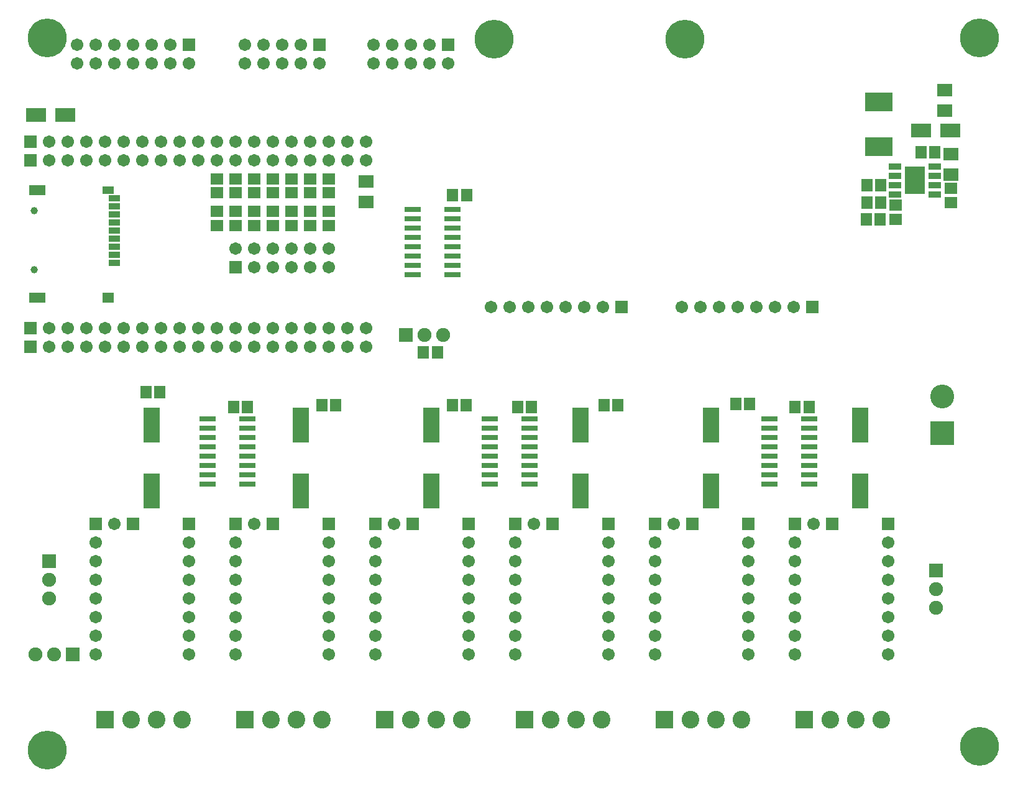
<source format=gbr>
G04 DipTrace 3.3.1.3*
G04 TopMask.gbr*
%MOIN*%
G04 #@! TF.FileFunction,Soldermask,Top*
G04 #@! TF.Part,Single*
%ADD53C,0.03937*%
%ADD64R,0.08674X0.031622*%
%ADD66R,0.11115X0.146189*%
%ADD68R,0.070992X0.032016*%
%ADD70C,0.094614*%
%ADD72R,0.094614X0.094614*%
%ADD74C,0.128*%
%ADD76R,0.128X0.128*%
%ADD78R,0.063118X0.039496*%
%ADD80R,0.063118X0.055244*%
%ADD82R,0.08674X0.055244*%
%ADD84R,0.059181X0.035559*%
%ADD86C,0.208*%
%ADD88R,0.145795X0.10052*%
%ADD90C,0.074929*%
%ADD92R,0.074929X0.074929*%
%ADD94C,0.067055*%
%ADD96R,0.067055X0.067055*%
%ADD98R,0.106425X0.074929*%
%ADD100R,0.090677X0.185165*%
%ADD102R,0.067055X0.059181*%
%ADD104R,0.059181X0.067055*%
%ADD106R,0.078866X0.070992*%
%FSLAX26Y26*%
G04*
G70*
G90*
G75*
G01*
G04 TopMask*
%LPD*%
D106*
X2243700Y3470964D3*
Y3581200D3*
X5380695Y3728364D3*
Y3618128D3*
D104*
X5218695Y3735364D3*
X5293498D3*
X5003695Y3559364D3*
X4928892D3*
D106*
X5347461Y3961385D3*
Y4071621D3*
D104*
X1531200Y2368700D3*
X1606003D3*
X4543700D3*
X4618503D3*
D102*
X2043700Y3343700D3*
Y3418503D3*
X1943700Y3343700D3*
Y3418503D3*
X1843700Y3343700D3*
Y3418503D3*
X1743700Y3343700D3*
Y3418503D3*
X1643700Y3343700D3*
Y3418503D3*
D104*
X3056200Y2368700D3*
X3131003D3*
X2706397Y3506200D3*
X2781200D3*
D102*
X1543700Y3343700D3*
Y3418503D3*
X1443700Y3343700D3*
Y3418503D3*
D100*
X1093700Y1918700D3*
Y2273031D3*
X1893700Y1918700D3*
Y2273031D3*
X2593700Y1918700D3*
Y2273031D3*
X3393700Y1918700D3*
Y2273031D3*
X4093700Y1918700D3*
Y2273031D3*
X4893700Y1918700D3*
Y2273031D3*
D98*
X472440Y3937007D3*
X629920D3*
X5218695Y3852364D3*
X5376175D3*
D96*
X443700Y3793700D3*
D94*
X543700D3*
X643700D3*
X743700D3*
X843700D3*
X943700D3*
X1043700D3*
X1143700D3*
X1243700D3*
X1343700D3*
X1443700D3*
X1543700D3*
X1643700D3*
X1743700D3*
X1843700D3*
X1943700D3*
X2043700D3*
X2143700D3*
X2243700D3*
D96*
X3613385Y2907794D3*
D94*
X3513385D3*
X3413385D3*
X3313385D3*
X3213385D3*
X3113385D3*
X3013385D3*
X2913385D3*
D96*
X443700Y3693700D3*
D94*
X543700D3*
X643700D3*
X743700D3*
X843700D3*
X943700D3*
X1043700D3*
X1143700D3*
X1243700D3*
X1343700D3*
X1443700D3*
X1543700D3*
X1643700D3*
X1743700D3*
X1843700D3*
X1943700D3*
X2043700D3*
X2143700D3*
X2243700D3*
D92*
X5299951Y1493700D3*
D90*
Y1393700D3*
Y1293700D3*
D92*
X543700Y1543700D3*
D90*
Y1443700D3*
Y1343700D3*
D96*
X443700Y2693700D3*
D94*
X543700D3*
X643700D3*
X743700D3*
X843700D3*
X943700D3*
X1043700D3*
X1143700D3*
X1243700D3*
X1343700D3*
X1443700D3*
X1543700D3*
X1643700D3*
X1743700D3*
X1843700D3*
X1943700D3*
X2043700D3*
X2143700D3*
X2243700D3*
D96*
X4637007Y2907873D3*
D94*
X4537007D3*
X4437007D3*
X4337007D3*
X4237007D3*
X4137007D3*
X4037007D3*
X3937007D3*
D92*
X2456200Y2756200D3*
D90*
X2556200D3*
X2656200D3*
D96*
X443700Y2793700D3*
D94*
X543700D3*
X643700D3*
X743700D3*
X843700D3*
X943700D3*
X1043700D3*
X1143700D3*
X1243700D3*
X1343700D3*
X1443700D3*
X1543700D3*
X1643700D3*
X1743700D3*
X1843700D3*
X1943700D3*
X2043700D3*
X2143700D3*
X2243700D3*
D96*
X2681200Y4311810D3*
D94*
Y4211810D3*
X2581200Y4311810D3*
Y4211810D3*
X2481200Y4311810D3*
Y4211810D3*
X2381200Y4311810D3*
Y4211810D3*
X2281200Y4311810D3*
Y4211810D3*
D96*
X1293700Y4311810D3*
D94*
Y4211810D3*
X1193700Y4311810D3*
Y4211810D3*
X1093700Y4311810D3*
Y4211810D3*
X993700Y4311810D3*
Y4211810D3*
X893700Y4311810D3*
Y4211810D3*
X793700Y4311810D3*
Y4211810D3*
X693700Y4311810D3*
Y4211810D3*
D96*
X1543700Y3121554D3*
D94*
Y3221554D3*
X1643700Y3121554D3*
Y3221554D3*
X1743700Y3121554D3*
Y3221554D3*
X1843700Y3121554D3*
Y3221554D3*
X1943700Y3121554D3*
Y3221554D3*
X2043700Y3121554D3*
Y3221554D3*
D92*
X668700Y1043700D3*
D90*
X568700D3*
X468700D3*
D96*
X793700Y1743700D3*
D94*
Y1643700D3*
Y1543700D3*
Y1443700D3*
Y1343700D3*
Y1243700D3*
Y1143700D3*
Y1043700D3*
D96*
X1543700Y1743700D3*
D94*
Y1643700D3*
Y1543700D3*
Y1443700D3*
Y1343700D3*
Y1243700D3*
Y1143700D3*
Y1043700D3*
D96*
X2293700Y1743700D3*
D94*
Y1643700D3*
Y1543700D3*
Y1443700D3*
Y1343700D3*
Y1243700D3*
Y1143700D3*
Y1043700D3*
D96*
X3043700Y1743700D3*
D94*
Y1643700D3*
Y1543700D3*
Y1443700D3*
Y1343700D3*
Y1243700D3*
Y1143700D3*
Y1043700D3*
D96*
X3793700Y1743700D3*
D94*
Y1643700D3*
Y1543700D3*
Y1443700D3*
Y1343700D3*
Y1243700D3*
Y1143700D3*
Y1043700D3*
D96*
X4543700Y1743700D3*
D94*
Y1643700D3*
Y1543700D3*
Y1443700D3*
Y1343700D3*
Y1243700D3*
Y1143700D3*
Y1043700D3*
D96*
X993700Y1743700D3*
D94*
X893700D3*
D96*
X1743700D3*
D94*
X1643700D3*
D96*
X2493700D3*
D94*
X2393700D3*
D96*
X3243700D3*
D94*
X3143700D3*
D96*
X3993700D3*
D94*
X3893700D3*
D96*
X4743700D3*
D94*
X4643700D3*
D96*
X1293700D3*
D94*
Y1643700D3*
Y1543700D3*
Y1443700D3*
Y1343700D3*
Y1243700D3*
Y1143700D3*
Y1043700D3*
D96*
X2043700Y1743700D3*
D94*
Y1643700D3*
Y1543700D3*
Y1443700D3*
Y1343700D3*
Y1243700D3*
Y1143700D3*
Y1043700D3*
D96*
X2793700Y1743700D3*
D94*
Y1643700D3*
Y1543700D3*
Y1443700D3*
Y1343700D3*
Y1243700D3*
Y1143700D3*
Y1043700D3*
D96*
X3543700Y1743700D3*
D94*
Y1643700D3*
Y1543700D3*
Y1443700D3*
Y1343700D3*
Y1243700D3*
Y1143700D3*
Y1043700D3*
D96*
X4293700Y1743700D3*
D94*
Y1643700D3*
Y1543700D3*
Y1443700D3*
Y1343700D3*
Y1243700D3*
Y1143700D3*
Y1043700D3*
D96*
X5043700Y1743700D3*
D94*
Y1643700D3*
Y1543700D3*
Y1443700D3*
Y1343700D3*
Y1243700D3*
Y1143700D3*
Y1043700D3*
D96*
X1993700Y4311810D3*
D94*
Y4211810D3*
X1893700Y4311810D3*
Y4211810D3*
X1793700Y4311810D3*
Y4211810D3*
X1693700Y4311810D3*
Y4211810D3*
X1593700Y4311810D3*
Y4211810D3*
D88*
X4991249Y3767655D3*
Y4005844D3*
D86*
X5531495Y551180D3*
Y4350393D3*
X531495D3*
Y531495D3*
X2928739Y4344881D3*
X3952361D3*
D104*
X1062450Y2449950D3*
X1137253D3*
D102*
X5380695Y3468364D3*
Y3543167D3*
D104*
X5003695Y3468364D3*
X4928892D3*
X4925695Y3377364D3*
X5000498D3*
D102*
X5081695D3*
Y3452167D3*
X2043700Y3518700D3*
Y3593503D3*
X1943700Y3518700D3*
Y3593503D3*
X1843700Y3518700D3*
Y3593503D3*
X1743700Y3518700D3*
Y3593503D3*
X1643700Y3518700D3*
Y3593503D3*
X1543700Y3518700D3*
Y3593503D3*
X1443700Y3518700D3*
Y3593503D3*
D84*
X893700Y3143700D3*
Y3187007D3*
Y3230314D3*
Y3273621D3*
Y3316928D3*
Y3360235D3*
Y3403543D3*
Y3446850D3*
Y3490157D3*
D82*
X478346Y2955511D3*
D80*
X860235D3*
D78*
Y3533464D3*
D82*
X478346D3*
D53*
X462598Y3422834D3*
Y3107873D3*
D76*
X5331495Y2231200D3*
D74*
Y2428050D3*
D72*
X843700Y693700D3*
D70*
X981495D3*
X1119291D3*
X1257086D3*
D72*
X1593700D3*
D70*
X1731495D3*
X1869291D3*
X2007086D3*
D72*
X2343700D3*
D70*
X2481495D3*
X2619291D3*
X2757086D3*
D72*
X3093700D3*
D70*
X3231495D3*
X3369291D3*
X3507086D3*
D72*
X3843700D3*
D70*
X3981495D3*
X4119291D3*
X4257086D3*
D72*
X4593700D3*
D70*
X4731495D3*
X4869291D3*
X5007086D3*
D68*
X5078739Y3661417D3*
Y3611417D3*
Y3561417D3*
Y3511417D3*
X5291338D3*
Y3561417D3*
Y3611417D3*
Y3661417D3*
D66*
X5185039Y3586417D3*
D64*
X1393700Y2306200D3*
Y2256200D3*
Y2206200D3*
Y2156200D3*
Y2106200D3*
Y2056200D3*
Y2006200D3*
Y1956200D3*
X1606298D3*
Y2006200D3*
Y2056200D3*
Y2106200D3*
Y2156200D3*
Y2206200D3*
Y2256200D3*
Y2306200D3*
X4406200D3*
Y2256200D3*
Y2206200D3*
Y2156200D3*
Y2106200D3*
Y2056200D3*
Y2006200D3*
Y1956200D3*
X4618798D3*
Y2006200D3*
Y2056200D3*
Y2106200D3*
Y2156200D3*
Y2206200D3*
Y2256200D3*
Y2306200D3*
X2906200D3*
Y2256200D3*
Y2206200D3*
Y2156200D3*
Y2106200D3*
Y2056200D3*
Y2006200D3*
Y1956200D3*
X3118798D3*
Y2006200D3*
Y2056200D3*
Y2106200D3*
Y2156200D3*
Y2206200D3*
Y2256200D3*
Y2306200D3*
X2493700Y3431200D3*
Y3381200D3*
Y3331200D3*
Y3281200D3*
Y3231200D3*
Y3181200D3*
Y3131200D3*
Y3081200D3*
X2706298D3*
Y3131200D3*
Y3181200D3*
Y3231200D3*
Y3281200D3*
Y3331200D3*
Y3381200D3*
Y3431200D3*
D104*
X2006200Y2381200D3*
X2081003D3*
X2706200D3*
X2781003D3*
X3518700D3*
X3593503D3*
X4224950Y2387450D3*
X4299753D3*
X2624950Y2662450D3*
X2550147D3*
M02*

</source>
